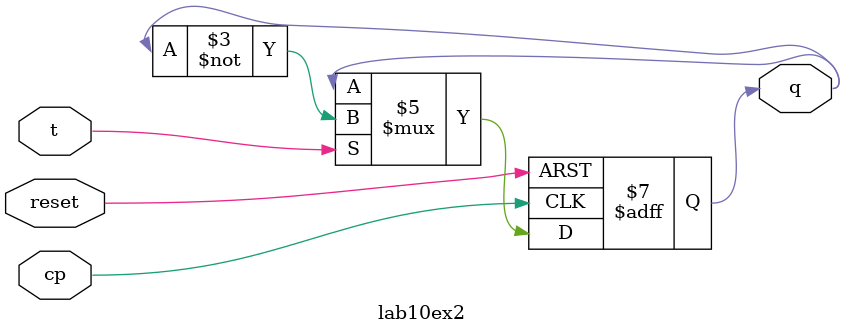
<source format=v>
module lab10ex2(t,cp,reset,q);
input t;
input cp;
input reset;
output q;
reg q;
always @(negedge reset or negedge cp)
begin
if(!reset)
q = 0;
else
begin
if(t)
q = ~q;
end
end
endmodule

</source>
